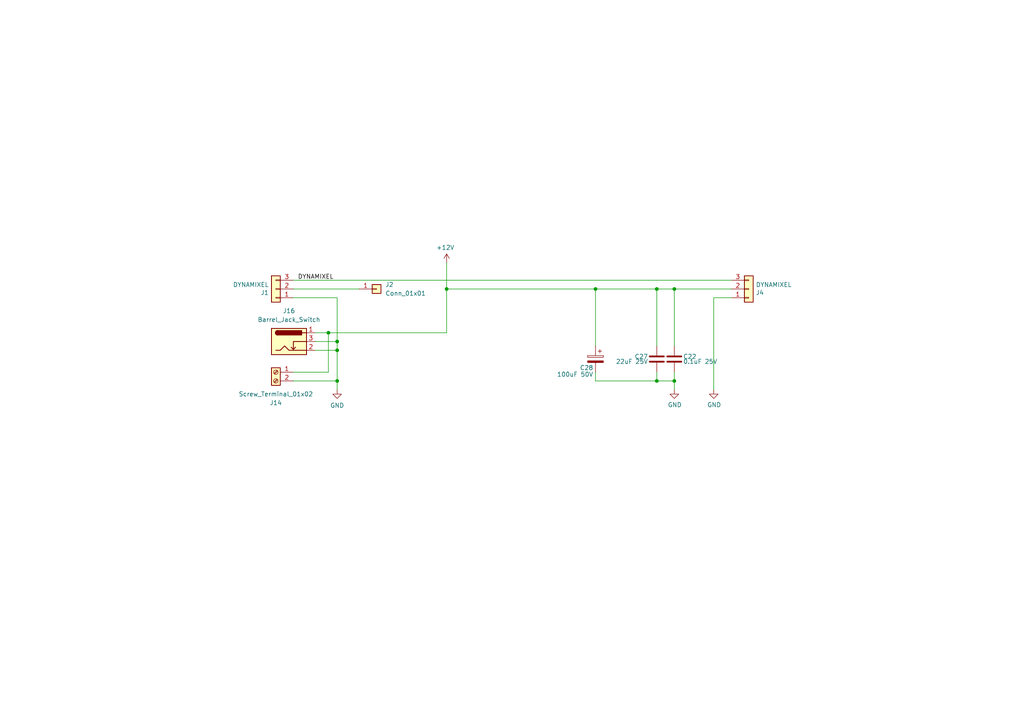
<source format=kicad_sch>
(kicad_sch (version 20231120) (generator "eeschema") (generator_version "8.0")
  (paper "A4")
  (lib_symbols
    (symbol "Connector:Barrel_Jack_Switch" (pin_names hide)
      (property "Reference" "J" (at 0 5.334 0))
      (property "Value" "Barrel_Jack_Switch" (at 0 -5.08 0))
      (symbol "Barrel_Jack_Switch_0_1"
        (rectangle (start -5.08 3.81) (end 5.08 -3.81) (stroke (width 0.254)) (fill (type background)))
        (arc (start -3.302 3.175) (mid -3.9343 2.54) (end -3.302 1.905) (stroke (width 0.254)))
        (arc (start -3.302 3.175) (mid -3.9343 2.54) (end -3.302 1.905) (stroke (width 0.254)) (fill (type outline)))
        (polyline (pts (xy 1.27 -2.286) (xy 1.905 -1.651)) (stroke (width 0.254)))
        (polyline (pts (xy 5.08 2.54) (xy 3.81 2.54)) (stroke (width 0.254)))
        (polyline (pts (xy 5.08 0) (xy 1.27 0) (xy 1.27 -2.286) (xy 0.635 -1.651)) (stroke (width 0.254)))
        (polyline (pts (xy -3.81 -2.54) (xy -2.54 -2.54) (xy -1.27 -1.27) (xy 0 -2.54) (xy 2.54 -2.54) (xy 5.08 -2.54)) (stroke (width 0.254)))
        (rectangle (start 3.683 3.175) (end -3.302 1.905) (stroke (width 0.254)) (fill (type outline)))
      )
      (symbol "Barrel_Jack_Switch_1_1"
        (pin passive line (at 7.62 2.54 180) (length 2.54) (name "~") (number "1"))
        (pin passive line (at 7.62 -2.54 180) (length 2.54) (name "~") (number "2"))
        (pin passive line (at 7.62 0 180) (length 2.54) (name "~") (number "3"))
      )
    )
    (symbol "Connector:Screw_Terminal_01x02" (pin_names (offset 1.016) hide)
      (property "Reference" "J" (at 0 2.54 0))
      (property "Value" "Screw_Terminal_01x02" (at 0 -5.08 0))
      (symbol "Screw_Terminal_01x02_1_1"
        (rectangle (start -1.27 1.27) (end 1.27 -3.81) (stroke (width 0.254)) (fill (type background)))
        (circle (center 0 -2.54) (radius 0.635) (stroke (width 0.1524)))
        (polyline (pts (xy -0.5334 -2.2098) (xy 0.3302 -3.048)) (stroke (width 0.1524)))
        (polyline (pts (xy -0.5334 0.3302) (xy 0.3302 -0.508)) (stroke (width 0.1524)))
        (polyline (pts (xy -0.3556 -2.032) (xy 0.508 -2.8702)) (stroke (width 0.1524)))
        (polyline (pts (xy -0.3556 0.508) (xy 0.508 -0.3302)) (stroke (width 0.1524)))
        (circle (center 0 0) (radius 0.635) (stroke (width 0.1524)))
        (pin passive line (at -5.08 0 0) (length 3.81) (name "Pin_1") (number "1"))
        (pin passive line (at -5.08 -2.54 0) (length 3.81) (name "Pin_2") (number "2"))
      )
    )
    (symbol "Connector_Generic:Conn_01x01" (pin_names (offset 1.016) hide)
      (property "Reference" "J" (at 0 2.54 0))
      (property "Value" "Conn_01x01" (at 0 -2.54 0))
      (symbol "Conn_01x01_1_1"
        (rectangle (start -1.27 0.127) (end 0 -0.127) (stroke (width 0.1524)))
        (rectangle (start -1.27 1.27) (end 1.27 -1.27) (stroke (width 0.254)) (fill (type background)))
        (pin passive line (at -5.08 0 0) (length 3.81) (name "Pin_1") (number "1"))
      )
    )
    (symbol "Connector_Generic:Conn_01x03" (pin_names (offset 1.016) hide)
      (property "Reference" "J" (at 0 5.08 0))
      (property "Value" "Conn_01x03" (at 0 -5.08 0))
      (symbol "Conn_01x03_1_1"
        (rectangle (start -1.27 -2.413) (end 0 -2.667) (stroke (width 0.1524)))
        (rectangle (start -1.27 0.127) (end 0 -0.127) (stroke (width 0.1524)))
        (rectangle (start -1.27 2.667) (end 0 2.413) (stroke (width 0.1524)))
        (rectangle (start -1.27 3.81) (end 1.27 -3.81) (stroke (width 0.254)) (fill (type background)))
        (pin passive line (at -5.08 2.54 0) (length 3.81) (name "Pin_1") (number "1"))
        (pin passive line (at -5.08 0 0) (length 3.81) (name "Pin_2") (number "2"))
        (pin passive line (at -5.08 -2.54 0) (length 3.81) (name "Pin_3") (number "3"))
      )
    )
    (symbol "Device:C" (pin_numbers hide) (pin_names (offset 0.254))
      (property "Reference" "C" (at 0.635 2.54 0))
      (property "Value" "C" (at 0.635 -2.54 0))
      (symbol "C_0_1"
        (polyline (pts (xy -2.032 -0.762) (xy 2.032 -0.762)) (stroke (width 0.508)))
        (polyline (pts (xy -2.032 0.762) (xy 2.032 0.762)) (stroke (width 0.508)))
      )
      (symbol "C_1_1"
        (pin passive line (at 0 3.81 270) (length 2.794) (name "~") (number "1"))
        (pin passive line (at 0 -3.81 90) (length 2.794) (name "~") (number "2"))
      )
    )
    (symbol "Device:C_Polarized" (pin_numbers hide) (pin_names (offset 0.254))
      (property "Reference" "C" (at 0.635 2.54 0))
      (property "Value" "C_Polarized" (at 0.635 -2.54 0))
      (symbol "C_Polarized_0_1"
        (rectangle (start -2.286 0.508) (end 2.286 1.016))
        (polyline (pts (xy -1.778 2.286) (xy -0.762 2.286)))
        (polyline (pts (xy -1.27 2.794) (xy -1.27 1.778)))
        (rectangle (start 2.286 -0.508) (end -2.286 -1.016) (fill (type outline)))
      )
      (symbol "C_Polarized_1_1"
        (pin passive line (at 0 3.81 270) (length 2.794) (name "~") (number "1"))
        (pin passive line (at 0 -3.81 90) (length 2.794) (name "~") (number "2"))
      )
    )
    (symbol "power:+12V" (power) (pin_names (offset 0))
      (property "Value" "+12V" (at 0 3.556 0))
      (symbol "+12V_0_1"
        (polyline (pts (xy -0.762 1.27) (xy 0 2.54)))
        (polyline (pts (xy 0 0) (xy 0 2.54)))
        (polyline (pts (xy 0 2.54) (xy 0.762 1.27)))
      )
      (symbol "+12V_1_1"
        (pin power_in line (at 0 0 90) (length 0) hide (name "+12V") (number "1"))
      )
    )
    (symbol "power:GND" (power) (pin_names (offset 0))
      (property "Value" "GND" (at 0 -3.81 0))
      (symbol "GND_0_1"
        (polyline (pts (xy 0 0) (xy 0 -1.27) (xy 1.27 -1.27) (xy 0 -2.54) (xy -1.27 -1.27) (xy 0 -1.27)))
      )
      (symbol "GND_1_1"
        (pin power_in line (at 0 0 270) (length 0) hide (name "GND") (number "1"))
      )
    )
  )
  (junction (at 129.54 83.82))
  (junction (at 97.79 110.49))
  (junction (at 97.79 101.6))
  (junction (at 195.58 83.82))
  (junction (at 97.79 99.06))
  (junction (at 190.5 110.49))
  (junction (at 95.25 96.52))
  (junction (at 190.5 83.82))
  (junction (at 172.72 83.82))
  (junction (at 195.58 110.49))
  (wire (pts (xy 172.72 83.82) (xy 190.5 83.82)))
  (wire (pts (xy 195.58 110.49) (xy 190.5 110.49)))
  (wire (pts (xy 190.5 110.49) (xy 190.5 107.95)))
  (wire (pts (xy 97.79 101.6) (xy 97.79 110.49)))
  (wire (pts (xy 97.79 86.36) (xy 97.79 99.06)))
  (wire (pts (xy 85.09 107.95) (xy 95.25 107.95)))
  (wire (pts (xy 172.72 107.95) (xy 172.72 110.49)))
  (wire (pts (xy 91.44 101.6) (xy 97.79 101.6)))
  (wire (pts (xy 195.58 83.82) (xy 190.5 83.82)))
  (wire (pts (xy 195.58 83.82) (xy 195.58 100.33)))
  (wire (pts (xy 172.72 110.49) (xy 190.5 110.49)))
  (wire (pts (xy 129.54 76.2) (xy 129.54 83.82)))
  (wire (pts (xy 85.09 86.36) (xy 97.79 86.36)))
  (wire (pts (xy 195.58 107.95) (xy 195.58 110.49)))
  (wire (pts (xy 85.09 81.28) (xy 212.09 81.28)))
  (wire (pts (xy 85.09 110.49) (xy 97.79 110.49)))
  (wire (pts (xy 190.5 83.82) (xy 190.5 100.33)))
  (wire (pts (xy 91.44 99.06) (xy 97.79 99.06)))
  (wire (pts (xy 207.01 86.36) (xy 212.09 86.36)))
  (wire (pts (xy 129.54 83.82) (xy 129.54 96.52)))
  (wire (pts (xy 207.01 86.36) (xy 207.01 113.03)))
  (wire (pts (xy 85.09 83.82) (xy 104.14 83.82)))
  (wire (pts (xy 95.25 96.52) (xy 95.25 107.95)))
  (wire (pts (xy 212.09 83.82) (xy 195.58 83.82)))
  (wire (pts (xy 195.58 110.49) (xy 195.58 113.03)))
  (wire (pts (xy 97.79 99.06) (xy 97.79 101.6)))
  (wire (pts (xy 97.79 110.49) (xy 97.79 113.03)))
  (wire (pts (xy 91.44 96.52) (xy 95.25 96.52)))
  (wire (pts (xy 129.54 83.82) (xy 172.72 83.82)))
  (wire (pts (xy 95.25 96.52) (xy 129.54 96.52)))
  (wire (pts (xy 172.72 83.82) (xy 172.72 100.33)))
  (label "DYNAMIXEL" (at 86.36 81.28 0))
  (symbol (lib_id "power:+12V") (at 129.54 76.2 0) (mirror y) (unit 1)
    (property "Reference" "#PWR0120" (effects (hide yes)))
    (property "Value" "+12V" (at 129.159 71.8058 0))
  )
  (symbol (lib_id "power:GND") (at 195.58 113.03 0) (unit 1)
    (property "Reference" "#PWR0119" (effects (hide yes)))
    (property "Value" "GND" (at 195.707 117.4242 0))
  )
  (symbol (lib_id "power:GND") (at 207.01 113.03 0) (unit 1)
    (property "Reference" "#PWR0117" (effects (hide yes)))
    (property "Value" "GND" (at 207.137 117.4242 0))
  )
  (symbol (lib_id "Connector:Barrel_Jack_Switch") (at 83.82 99.06 0) (unit 1)
    (property "Reference" "J16" (at 83.82 90.17 0))
    (property "Value" "Barrel_Jack_Switch" (at 83.82 92.71 0))
    (property "Footprint" "Pixels-dice:BARREL_JACK" (effects (hide yes)))
    (property "LCSC Part #" "C7507454" (effects (hide yes)))
    (property "Manufacturer" "SHOU HAN" (effects (hide yes)))
    (property "Manufacturer Part Number" "DC005-2.5" (effects (hide yes)))
  )
  (symbol (lib_id "Device:C") (at 195.58 104.14 0) (mirror y) (unit 1)
    (property "Reference" "C22" (at 198.12 104.14 0) (effects (justify right bottom)))
    (property "Value" "0.1uF 25V" (at 198.12 104.14 0) (effects (justify right top)))
    (property "Footprint" "Capacitor_SMD:C_0402_1005Metric" (effects (hide yes)))
    (property "Generic OK" "YES" (effects (hide yes)))
    (property "Manufacturer" "YAGEO" (effects (hide yes)))
    (property "Manufacturer Part Number" "CC0402KRX7R8BB104" (effects (hide yes)))
    (property "LCSC Part #" "C105883" (effects (hide yes)))
  )
  (symbol (lib_id "Connector_Generic:Conn_01x03") (at 80.01 83.82 180) (unit 1)
    (property "Reference" "J1" (at 77.978 84.8868 0) (effects (justify left)))
    (property "Value" "DYNAMIXEL" (at 77.978 82.5754 0) (effects (justify left)))
    (property "Footprint" "Connector_JST:JST_EH_S3B-EH_1x03_P2.50mm_Horizontal" (effects (hide yes)))
    (property "Manufacturer" "Molex" (effects (hide yes)))
    (property "Manufacturer Part Number" "22-05-7035" (effects (hide yes)))
    (property "LCSC Part #" "C185225" (effects (hide yes)))
  )
  (symbol (lib_id "Connector_Generic:Conn_01x01") (at 109.22 83.82 0) (unit 1)
    (property "Reference" "J2" (at 111.76 82.5499 0) (effects (justify left)))
    (property "Value" "Conn_01x01" (at 111.76 85.0899 0) (effects (justify left)))
    (property "Footprint" "Connector_PinHeader_2.54mm:PinHeader_1x01_P2.54mm_Vertical" (effects (hide yes)))
    (property "Description" "Generic connector, single row, 01x01, script generated (kicad-library-utils/schlib/autogen/connector/)" (effects (hide yes)))
  )
  (symbol (lib_id "power:GND") (at 97.79 113.03 0) (unit 1)
    (property "Reference" "#PWR0122" (effects (hide yes)))
    (property "Value" "GND" (at 97.79 117.5925 0))
  )
  (symbol (lib_id "Device:C") (at 190.5 104.14 0) (mirror y) (unit 1)
    (property "Reference" "C27" (at 187.96 104.14 0) (effects (justify left bottom)))
    (property "Value" "22uF 25V" (at 187.96 104.14 0) (effects (justify left top)))
    (property "Footprint" "Capacitor_SMD:C_1210_3225Metric" (effects (hide yes)))
    (property "Manufacturer" "Samsung" (effects (hide yes)))
    (property "Manufacturer Part Number" "CL31A226KAHNNNE" (effects (hide yes)))
    (property "Generic OK" "YES" (effects (hide yes)))
    (property "LCSC Part #" "C12891" (effects (hide yes)))
  )
  (symbol (lib_id "Device:C_Polarized") (at 172.72 104.14 0) (mirror y) (unit 1)
    (property "Reference" "C28" (at 172.085 106.68 0) (effects (justify left)))
    (property "Value" "100uF 50V" (at 172.085 108.585 0) (effects (justify left)))
    (property "Footprint" "Capacitor_SMD:CP_Elec_6.3x5.4" (effects (hide yes)))
    (property "LCSC Part #" "C97807" (effects (hide yes)))
    (property "Manufacturer" "Nichicon" (effects (hide yes)))
    (property "Manufacturer Part Number" "UWX1C101MCL1GB" (effects (hide yes)))
  )
  (symbol (lib_id "Connector_Generic:Conn_01x03") (at 217.17 83.82 0) (mirror x) (unit 1)
    (property "Reference" "J4" (at 219.202 84.8868 0) (effects (justify left)))
    (property "Value" "DYNAMIXEL" (at 219.202 82.5754 0) (effects (justify left)))
    (property "Footprint" "Connector_JST:JST_EH_S3B-EH_1x03_P2.50mm_Horizontal" (effects (hide yes)))
    (property "Manufacturer" "Molex" (effects (hide yes)))
    (property "Manufacturer Part Number" "22-05-7035" (effects (hide yes)))
    (property "LCSC Part #" "C185225" (effects (hide yes)))
  )
  (symbol (lib_id "Connector:Screw_Terminal_01x02") (at 80.01 107.95 0) (mirror y) (unit 1)
    (property "Reference" "J14" (at 80.01 116.84 0))
    (property "Value" "Screw_Terminal_01x02" (at 80.01 114.3 0))
    (property "Footprint" "Pixels-dice:DB125-3.81-2P-GN-S" (effects (hide yes)))
    (property "Manufacturer" "DORABO" (effects (hide yes)))
    (property "Manufacturer Part Number" "DB125-3.81-2P-GN-S" (effects (hide yes)))
    (property "LCSC Part #" "C395878" (effects (hide yes)))
  )
)
</source>
